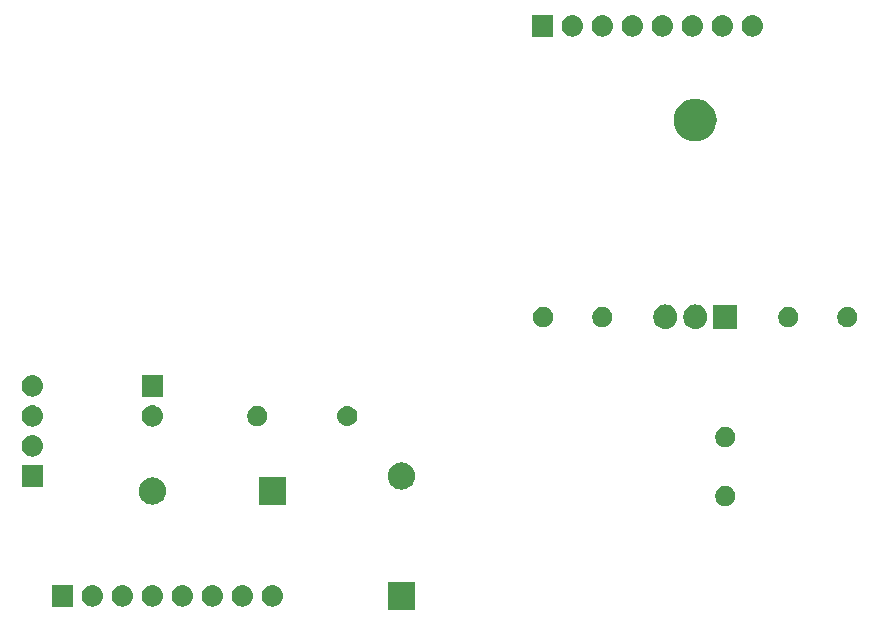
<source format=gbr>
G04 #@! TF.GenerationSoftware,KiCad,Pcbnew,(5.0.2)-1*
G04 #@! TF.CreationDate,2019-02-27T10:38:39-05:00*
G04 #@! TF.ProjectId,AR-22_Power_Supply,41522d32-325f-4506-9f77-65725f537570,rev?*
G04 #@! TF.SameCoordinates,Original*
G04 #@! TF.FileFunction,Soldermask,Bot*
G04 #@! TF.FilePolarity,Negative*
%FSLAX46Y46*%
G04 Gerber Fmt 4.6, Leading zero omitted, Abs format (unit mm)*
G04 Created by KiCad (PCBNEW (5.0.2)-1) date 2/27/2019 10:38:39 AM*
%MOMM*%
%LPD*%
G01*
G04 APERTURE LIST*
%ADD10C,0.100000*%
G04 APERTURE END LIST*
D10*
G36*
X151773000Y-80653000D02*
X149471000Y-80653000D01*
X149471000Y-78351000D01*
X151773000Y-78351000D01*
X151773000Y-80653000D01*
X151773000Y-80653000D01*
G37*
G36*
X139810442Y-78607518D02*
X139876627Y-78614037D01*
X139989853Y-78648384D01*
X140046467Y-78665557D01*
X140185087Y-78739652D01*
X140202991Y-78749222D01*
X140238729Y-78778552D01*
X140340186Y-78861814D01*
X140423448Y-78963271D01*
X140452778Y-78999009D01*
X140452779Y-78999011D01*
X140536443Y-79155533D01*
X140536443Y-79155534D01*
X140587963Y-79325373D01*
X140605359Y-79502000D01*
X140587963Y-79678627D01*
X140553616Y-79791853D01*
X140536443Y-79848467D01*
X140462348Y-79987087D01*
X140452778Y-80004991D01*
X140423448Y-80040729D01*
X140340186Y-80142186D01*
X140238729Y-80225448D01*
X140202991Y-80254778D01*
X140202989Y-80254779D01*
X140046467Y-80338443D01*
X139989853Y-80355616D01*
X139876627Y-80389963D01*
X139810442Y-80396482D01*
X139744260Y-80403000D01*
X139655740Y-80403000D01*
X139589558Y-80396482D01*
X139523373Y-80389963D01*
X139410147Y-80355616D01*
X139353533Y-80338443D01*
X139197011Y-80254779D01*
X139197009Y-80254778D01*
X139161271Y-80225448D01*
X139059814Y-80142186D01*
X138976552Y-80040729D01*
X138947222Y-80004991D01*
X138937652Y-79987087D01*
X138863557Y-79848467D01*
X138846384Y-79791853D01*
X138812037Y-79678627D01*
X138794641Y-79502000D01*
X138812037Y-79325373D01*
X138863557Y-79155534D01*
X138863557Y-79155533D01*
X138947221Y-78999011D01*
X138947222Y-78999009D01*
X138976552Y-78963271D01*
X139059814Y-78861814D01*
X139161271Y-78778552D01*
X139197009Y-78749222D01*
X139214913Y-78739652D01*
X139353533Y-78665557D01*
X139410147Y-78648384D01*
X139523373Y-78614037D01*
X139589558Y-78607518D01*
X139655740Y-78601000D01*
X139744260Y-78601000D01*
X139810442Y-78607518D01*
X139810442Y-78607518D01*
G37*
G36*
X137270442Y-78607518D02*
X137336627Y-78614037D01*
X137449853Y-78648384D01*
X137506467Y-78665557D01*
X137645087Y-78739652D01*
X137662991Y-78749222D01*
X137698729Y-78778552D01*
X137800186Y-78861814D01*
X137883448Y-78963271D01*
X137912778Y-78999009D01*
X137912779Y-78999011D01*
X137996443Y-79155533D01*
X137996443Y-79155534D01*
X138047963Y-79325373D01*
X138065359Y-79502000D01*
X138047963Y-79678627D01*
X138013616Y-79791853D01*
X137996443Y-79848467D01*
X137922348Y-79987087D01*
X137912778Y-80004991D01*
X137883448Y-80040729D01*
X137800186Y-80142186D01*
X137698729Y-80225448D01*
X137662991Y-80254778D01*
X137662989Y-80254779D01*
X137506467Y-80338443D01*
X137449853Y-80355616D01*
X137336627Y-80389963D01*
X137270442Y-80396482D01*
X137204260Y-80403000D01*
X137115740Y-80403000D01*
X137049558Y-80396482D01*
X136983373Y-80389963D01*
X136870147Y-80355616D01*
X136813533Y-80338443D01*
X136657011Y-80254779D01*
X136657009Y-80254778D01*
X136621271Y-80225448D01*
X136519814Y-80142186D01*
X136436552Y-80040729D01*
X136407222Y-80004991D01*
X136397652Y-79987087D01*
X136323557Y-79848467D01*
X136306384Y-79791853D01*
X136272037Y-79678627D01*
X136254641Y-79502000D01*
X136272037Y-79325373D01*
X136323557Y-79155534D01*
X136323557Y-79155533D01*
X136407221Y-78999011D01*
X136407222Y-78999009D01*
X136436552Y-78963271D01*
X136519814Y-78861814D01*
X136621271Y-78778552D01*
X136657009Y-78749222D01*
X136674913Y-78739652D01*
X136813533Y-78665557D01*
X136870147Y-78648384D01*
X136983373Y-78614037D01*
X137049558Y-78607518D01*
X137115740Y-78601000D01*
X137204260Y-78601000D01*
X137270442Y-78607518D01*
X137270442Y-78607518D01*
G37*
G36*
X134730442Y-78607518D02*
X134796627Y-78614037D01*
X134909853Y-78648384D01*
X134966467Y-78665557D01*
X135105087Y-78739652D01*
X135122991Y-78749222D01*
X135158729Y-78778552D01*
X135260186Y-78861814D01*
X135343448Y-78963271D01*
X135372778Y-78999009D01*
X135372779Y-78999011D01*
X135456443Y-79155533D01*
X135456443Y-79155534D01*
X135507963Y-79325373D01*
X135525359Y-79502000D01*
X135507963Y-79678627D01*
X135473616Y-79791853D01*
X135456443Y-79848467D01*
X135382348Y-79987087D01*
X135372778Y-80004991D01*
X135343448Y-80040729D01*
X135260186Y-80142186D01*
X135158729Y-80225448D01*
X135122991Y-80254778D01*
X135122989Y-80254779D01*
X134966467Y-80338443D01*
X134909853Y-80355616D01*
X134796627Y-80389963D01*
X134730442Y-80396482D01*
X134664260Y-80403000D01*
X134575740Y-80403000D01*
X134509558Y-80396482D01*
X134443373Y-80389963D01*
X134330147Y-80355616D01*
X134273533Y-80338443D01*
X134117011Y-80254779D01*
X134117009Y-80254778D01*
X134081271Y-80225448D01*
X133979814Y-80142186D01*
X133896552Y-80040729D01*
X133867222Y-80004991D01*
X133857652Y-79987087D01*
X133783557Y-79848467D01*
X133766384Y-79791853D01*
X133732037Y-79678627D01*
X133714641Y-79502000D01*
X133732037Y-79325373D01*
X133783557Y-79155534D01*
X133783557Y-79155533D01*
X133867221Y-78999011D01*
X133867222Y-78999009D01*
X133896552Y-78963271D01*
X133979814Y-78861814D01*
X134081271Y-78778552D01*
X134117009Y-78749222D01*
X134134913Y-78739652D01*
X134273533Y-78665557D01*
X134330147Y-78648384D01*
X134443373Y-78614037D01*
X134509558Y-78607518D01*
X134575740Y-78601000D01*
X134664260Y-78601000D01*
X134730442Y-78607518D01*
X134730442Y-78607518D01*
G37*
G36*
X132190442Y-78607518D02*
X132256627Y-78614037D01*
X132369853Y-78648384D01*
X132426467Y-78665557D01*
X132565087Y-78739652D01*
X132582991Y-78749222D01*
X132618729Y-78778552D01*
X132720186Y-78861814D01*
X132803448Y-78963271D01*
X132832778Y-78999009D01*
X132832779Y-78999011D01*
X132916443Y-79155533D01*
X132916443Y-79155534D01*
X132967963Y-79325373D01*
X132985359Y-79502000D01*
X132967963Y-79678627D01*
X132933616Y-79791853D01*
X132916443Y-79848467D01*
X132842348Y-79987087D01*
X132832778Y-80004991D01*
X132803448Y-80040729D01*
X132720186Y-80142186D01*
X132618729Y-80225448D01*
X132582991Y-80254778D01*
X132582989Y-80254779D01*
X132426467Y-80338443D01*
X132369853Y-80355616D01*
X132256627Y-80389963D01*
X132190442Y-80396482D01*
X132124260Y-80403000D01*
X132035740Y-80403000D01*
X131969558Y-80396482D01*
X131903373Y-80389963D01*
X131790147Y-80355616D01*
X131733533Y-80338443D01*
X131577011Y-80254779D01*
X131577009Y-80254778D01*
X131541271Y-80225448D01*
X131439814Y-80142186D01*
X131356552Y-80040729D01*
X131327222Y-80004991D01*
X131317652Y-79987087D01*
X131243557Y-79848467D01*
X131226384Y-79791853D01*
X131192037Y-79678627D01*
X131174641Y-79502000D01*
X131192037Y-79325373D01*
X131243557Y-79155534D01*
X131243557Y-79155533D01*
X131327221Y-78999011D01*
X131327222Y-78999009D01*
X131356552Y-78963271D01*
X131439814Y-78861814D01*
X131541271Y-78778552D01*
X131577009Y-78749222D01*
X131594913Y-78739652D01*
X131733533Y-78665557D01*
X131790147Y-78648384D01*
X131903373Y-78614037D01*
X131969558Y-78607518D01*
X132035740Y-78601000D01*
X132124260Y-78601000D01*
X132190442Y-78607518D01*
X132190442Y-78607518D01*
G37*
G36*
X129650442Y-78607518D02*
X129716627Y-78614037D01*
X129829853Y-78648384D01*
X129886467Y-78665557D01*
X130025087Y-78739652D01*
X130042991Y-78749222D01*
X130078729Y-78778552D01*
X130180186Y-78861814D01*
X130263448Y-78963271D01*
X130292778Y-78999009D01*
X130292779Y-78999011D01*
X130376443Y-79155533D01*
X130376443Y-79155534D01*
X130427963Y-79325373D01*
X130445359Y-79502000D01*
X130427963Y-79678627D01*
X130393616Y-79791853D01*
X130376443Y-79848467D01*
X130302348Y-79987087D01*
X130292778Y-80004991D01*
X130263448Y-80040729D01*
X130180186Y-80142186D01*
X130078729Y-80225448D01*
X130042991Y-80254778D01*
X130042989Y-80254779D01*
X129886467Y-80338443D01*
X129829853Y-80355616D01*
X129716627Y-80389963D01*
X129650442Y-80396482D01*
X129584260Y-80403000D01*
X129495740Y-80403000D01*
X129429558Y-80396482D01*
X129363373Y-80389963D01*
X129250147Y-80355616D01*
X129193533Y-80338443D01*
X129037011Y-80254779D01*
X129037009Y-80254778D01*
X129001271Y-80225448D01*
X128899814Y-80142186D01*
X128816552Y-80040729D01*
X128787222Y-80004991D01*
X128777652Y-79987087D01*
X128703557Y-79848467D01*
X128686384Y-79791853D01*
X128652037Y-79678627D01*
X128634641Y-79502000D01*
X128652037Y-79325373D01*
X128703557Y-79155534D01*
X128703557Y-79155533D01*
X128787221Y-78999011D01*
X128787222Y-78999009D01*
X128816552Y-78963271D01*
X128899814Y-78861814D01*
X129001271Y-78778552D01*
X129037009Y-78749222D01*
X129054913Y-78739652D01*
X129193533Y-78665557D01*
X129250147Y-78648384D01*
X129363373Y-78614037D01*
X129429558Y-78607518D01*
X129495740Y-78601000D01*
X129584260Y-78601000D01*
X129650442Y-78607518D01*
X129650442Y-78607518D01*
G37*
G36*
X127110442Y-78607518D02*
X127176627Y-78614037D01*
X127289853Y-78648384D01*
X127346467Y-78665557D01*
X127485087Y-78739652D01*
X127502991Y-78749222D01*
X127538729Y-78778552D01*
X127640186Y-78861814D01*
X127723448Y-78963271D01*
X127752778Y-78999009D01*
X127752779Y-78999011D01*
X127836443Y-79155533D01*
X127836443Y-79155534D01*
X127887963Y-79325373D01*
X127905359Y-79502000D01*
X127887963Y-79678627D01*
X127853616Y-79791853D01*
X127836443Y-79848467D01*
X127762348Y-79987087D01*
X127752778Y-80004991D01*
X127723448Y-80040729D01*
X127640186Y-80142186D01*
X127538729Y-80225448D01*
X127502991Y-80254778D01*
X127502989Y-80254779D01*
X127346467Y-80338443D01*
X127289853Y-80355616D01*
X127176627Y-80389963D01*
X127110442Y-80396482D01*
X127044260Y-80403000D01*
X126955740Y-80403000D01*
X126889558Y-80396482D01*
X126823373Y-80389963D01*
X126710147Y-80355616D01*
X126653533Y-80338443D01*
X126497011Y-80254779D01*
X126497009Y-80254778D01*
X126461271Y-80225448D01*
X126359814Y-80142186D01*
X126276552Y-80040729D01*
X126247222Y-80004991D01*
X126237652Y-79987087D01*
X126163557Y-79848467D01*
X126146384Y-79791853D01*
X126112037Y-79678627D01*
X126094641Y-79502000D01*
X126112037Y-79325373D01*
X126163557Y-79155534D01*
X126163557Y-79155533D01*
X126247221Y-78999011D01*
X126247222Y-78999009D01*
X126276552Y-78963271D01*
X126359814Y-78861814D01*
X126461271Y-78778552D01*
X126497009Y-78749222D01*
X126514913Y-78739652D01*
X126653533Y-78665557D01*
X126710147Y-78648384D01*
X126823373Y-78614037D01*
X126889558Y-78607518D01*
X126955740Y-78601000D01*
X127044260Y-78601000D01*
X127110442Y-78607518D01*
X127110442Y-78607518D01*
G37*
G36*
X124570442Y-78607518D02*
X124636627Y-78614037D01*
X124749853Y-78648384D01*
X124806467Y-78665557D01*
X124945087Y-78739652D01*
X124962991Y-78749222D01*
X124998729Y-78778552D01*
X125100186Y-78861814D01*
X125183448Y-78963271D01*
X125212778Y-78999009D01*
X125212779Y-78999011D01*
X125296443Y-79155533D01*
X125296443Y-79155534D01*
X125347963Y-79325373D01*
X125365359Y-79502000D01*
X125347963Y-79678627D01*
X125313616Y-79791853D01*
X125296443Y-79848467D01*
X125222348Y-79987087D01*
X125212778Y-80004991D01*
X125183448Y-80040729D01*
X125100186Y-80142186D01*
X124998729Y-80225448D01*
X124962991Y-80254778D01*
X124962989Y-80254779D01*
X124806467Y-80338443D01*
X124749853Y-80355616D01*
X124636627Y-80389963D01*
X124570442Y-80396482D01*
X124504260Y-80403000D01*
X124415740Y-80403000D01*
X124349558Y-80396482D01*
X124283373Y-80389963D01*
X124170147Y-80355616D01*
X124113533Y-80338443D01*
X123957011Y-80254779D01*
X123957009Y-80254778D01*
X123921271Y-80225448D01*
X123819814Y-80142186D01*
X123736552Y-80040729D01*
X123707222Y-80004991D01*
X123697652Y-79987087D01*
X123623557Y-79848467D01*
X123606384Y-79791853D01*
X123572037Y-79678627D01*
X123554641Y-79502000D01*
X123572037Y-79325373D01*
X123623557Y-79155534D01*
X123623557Y-79155533D01*
X123707221Y-78999011D01*
X123707222Y-78999009D01*
X123736552Y-78963271D01*
X123819814Y-78861814D01*
X123921271Y-78778552D01*
X123957009Y-78749222D01*
X123974913Y-78739652D01*
X124113533Y-78665557D01*
X124170147Y-78648384D01*
X124283373Y-78614037D01*
X124349558Y-78607518D01*
X124415740Y-78601000D01*
X124504260Y-78601000D01*
X124570442Y-78607518D01*
X124570442Y-78607518D01*
G37*
G36*
X122821000Y-80403000D02*
X121019000Y-80403000D01*
X121019000Y-78601000D01*
X122821000Y-78601000D01*
X122821000Y-80403000D01*
X122821000Y-80403000D01*
G37*
G36*
X178302228Y-70221703D02*
X178457100Y-70285853D01*
X178596481Y-70378985D01*
X178715015Y-70497519D01*
X178808147Y-70636900D01*
X178872297Y-70791772D01*
X178905000Y-70956184D01*
X178905000Y-71123816D01*
X178872297Y-71288228D01*
X178808147Y-71443100D01*
X178715015Y-71582481D01*
X178596481Y-71701015D01*
X178457100Y-71794147D01*
X178302228Y-71858297D01*
X178137816Y-71891000D01*
X177970184Y-71891000D01*
X177805772Y-71858297D01*
X177650900Y-71794147D01*
X177511519Y-71701015D01*
X177392985Y-71582481D01*
X177299853Y-71443100D01*
X177235703Y-71288228D01*
X177203000Y-71123816D01*
X177203000Y-70956184D01*
X177235703Y-70791772D01*
X177299853Y-70636900D01*
X177392985Y-70497519D01*
X177511519Y-70378985D01*
X177650900Y-70285853D01*
X177805772Y-70221703D01*
X177970184Y-70189000D01*
X178137816Y-70189000D01*
X178302228Y-70221703D01*
X178302228Y-70221703D01*
G37*
G36*
X129664180Y-69467662D02*
X129765635Y-69477654D01*
X129982600Y-69543470D01*
X129982602Y-69543471D01*
X129982605Y-69543472D01*
X130182556Y-69650347D01*
X130357818Y-69794182D01*
X130501653Y-69969444D01*
X130608528Y-70169395D01*
X130608529Y-70169398D01*
X130608530Y-70169400D01*
X130674346Y-70386365D01*
X130696569Y-70612000D01*
X130674346Y-70837635D01*
X130638384Y-70956184D01*
X130608528Y-71054605D01*
X130501653Y-71254556D01*
X130357818Y-71429818D01*
X130182556Y-71573653D01*
X129982605Y-71680528D01*
X129982602Y-71680529D01*
X129982600Y-71680530D01*
X129765635Y-71746346D01*
X129664180Y-71756338D01*
X129596545Y-71763000D01*
X129483455Y-71763000D01*
X129415820Y-71756338D01*
X129314365Y-71746346D01*
X129097400Y-71680530D01*
X129097398Y-71680529D01*
X129097395Y-71680528D01*
X128897444Y-71573653D01*
X128722182Y-71429818D01*
X128578347Y-71254556D01*
X128471472Y-71054605D01*
X128441616Y-70956184D01*
X128405654Y-70837635D01*
X128383431Y-70612000D01*
X128405654Y-70386365D01*
X128471470Y-70169400D01*
X128471471Y-70169398D01*
X128471472Y-70169395D01*
X128578347Y-69969444D01*
X128722182Y-69794182D01*
X128897444Y-69650347D01*
X129097395Y-69543472D01*
X129097398Y-69543471D01*
X129097400Y-69543470D01*
X129314365Y-69477654D01*
X129415820Y-69467662D01*
X129483455Y-69461000D01*
X129596545Y-69461000D01*
X129664180Y-69467662D01*
X129664180Y-69467662D01*
G37*
G36*
X140851000Y-71763000D02*
X138549000Y-71763000D01*
X138549000Y-69461000D01*
X140851000Y-69461000D01*
X140851000Y-71763000D01*
X140851000Y-71763000D01*
G37*
G36*
X150746180Y-68197662D02*
X150847635Y-68207654D01*
X151064600Y-68273470D01*
X151064602Y-68273471D01*
X151064605Y-68273472D01*
X151264556Y-68380347D01*
X151439818Y-68524182D01*
X151583653Y-68699444D01*
X151690528Y-68899395D01*
X151690529Y-68899398D01*
X151690530Y-68899400D01*
X151756346Y-69116365D01*
X151778569Y-69342000D01*
X151756346Y-69567635D01*
X151690530Y-69784600D01*
X151690528Y-69784605D01*
X151583653Y-69984556D01*
X151439818Y-70159818D01*
X151264556Y-70303653D01*
X151064605Y-70410528D01*
X151064602Y-70410529D01*
X151064600Y-70410530D01*
X150847635Y-70476346D01*
X150746180Y-70486338D01*
X150678545Y-70493000D01*
X150565455Y-70493000D01*
X150497820Y-70486338D01*
X150396365Y-70476346D01*
X150179400Y-70410530D01*
X150179398Y-70410529D01*
X150179395Y-70410528D01*
X149979444Y-70303653D01*
X149804182Y-70159818D01*
X149660347Y-69984556D01*
X149553472Y-69784605D01*
X149553470Y-69784600D01*
X149487654Y-69567635D01*
X149465431Y-69342000D01*
X149487654Y-69116365D01*
X149553470Y-68899400D01*
X149553471Y-68899398D01*
X149553472Y-68899395D01*
X149660347Y-68699444D01*
X149804182Y-68524182D01*
X149979444Y-68380347D01*
X150179395Y-68273472D01*
X150179398Y-68273471D01*
X150179400Y-68273470D01*
X150396365Y-68207654D01*
X150497820Y-68197662D01*
X150565455Y-68191000D01*
X150678545Y-68191000D01*
X150746180Y-68197662D01*
X150746180Y-68197662D01*
G37*
G36*
X120281000Y-70243000D02*
X118479000Y-70243000D01*
X118479000Y-68441000D01*
X120281000Y-68441000D01*
X120281000Y-70243000D01*
X120281000Y-70243000D01*
G37*
G36*
X119490443Y-65907519D02*
X119556627Y-65914037D01*
X119669853Y-65948384D01*
X119726467Y-65965557D01*
X119865087Y-66039652D01*
X119882991Y-66049222D01*
X119918729Y-66078552D01*
X120020186Y-66161814D01*
X120103448Y-66263271D01*
X120132778Y-66299009D01*
X120132779Y-66299011D01*
X120216443Y-66455533D01*
X120216443Y-66455534D01*
X120267963Y-66625373D01*
X120285359Y-66802000D01*
X120267963Y-66978627D01*
X120233616Y-67091853D01*
X120216443Y-67148467D01*
X120142348Y-67287087D01*
X120132778Y-67304991D01*
X120103448Y-67340729D01*
X120020186Y-67442186D01*
X119918729Y-67525448D01*
X119882991Y-67554778D01*
X119882989Y-67554779D01*
X119726467Y-67638443D01*
X119669853Y-67655616D01*
X119556627Y-67689963D01*
X119490442Y-67696482D01*
X119424260Y-67703000D01*
X119335740Y-67703000D01*
X119269558Y-67696482D01*
X119203373Y-67689963D01*
X119090147Y-67655616D01*
X119033533Y-67638443D01*
X118877011Y-67554779D01*
X118877009Y-67554778D01*
X118841271Y-67525448D01*
X118739814Y-67442186D01*
X118656552Y-67340729D01*
X118627222Y-67304991D01*
X118617652Y-67287087D01*
X118543557Y-67148467D01*
X118526384Y-67091853D01*
X118492037Y-66978627D01*
X118474641Y-66802000D01*
X118492037Y-66625373D01*
X118543557Y-66455534D01*
X118543557Y-66455533D01*
X118627221Y-66299011D01*
X118627222Y-66299009D01*
X118656552Y-66263271D01*
X118739814Y-66161814D01*
X118841271Y-66078552D01*
X118877009Y-66049222D01*
X118894913Y-66039652D01*
X119033533Y-65965557D01*
X119090147Y-65948384D01*
X119203373Y-65914037D01*
X119269557Y-65907519D01*
X119335740Y-65901000D01*
X119424260Y-65901000D01*
X119490443Y-65907519D01*
X119490443Y-65907519D01*
G37*
G36*
X178302228Y-65221703D02*
X178457100Y-65285853D01*
X178596481Y-65378985D01*
X178715015Y-65497519D01*
X178808147Y-65636900D01*
X178872297Y-65791772D01*
X178905000Y-65956184D01*
X178905000Y-66123816D01*
X178872297Y-66288228D01*
X178808147Y-66443100D01*
X178715015Y-66582481D01*
X178596481Y-66701015D01*
X178457100Y-66794147D01*
X178302228Y-66858297D01*
X178137816Y-66891000D01*
X177970184Y-66891000D01*
X177805772Y-66858297D01*
X177650900Y-66794147D01*
X177511519Y-66701015D01*
X177392985Y-66582481D01*
X177299853Y-66443100D01*
X177235703Y-66288228D01*
X177203000Y-66123816D01*
X177203000Y-65956184D01*
X177235703Y-65791772D01*
X177299853Y-65636900D01*
X177392985Y-65497519D01*
X177511519Y-65378985D01*
X177650900Y-65285853D01*
X177805772Y-65221703D01*
X177970184Y-65189000D01*
X178137816Y-65189000D01*
X178302228Y-65221703D01*
X178302228Y-65221703D01*
G37*
G36*
X119490442Y-63367518D02*
X119556627Y-63374037D01*
X119669853Y-63408384D01*
X119726467Y-63425557D01*
X119813311Y-63471977D01*
X119882991Y-63509222D01*
X119918729Y-63538552D01*
X120020186Y-63621814D01*
X120100369Y-63719519D01*
X120132778Y-63759009D01*
X120132779Y-63759011D01*
X120216443Y-63915533D01*
X120233616Y-63972147D01*
X120267963Y-64085373D01*
X120285359Y-64262000D01*
X120267963Y-64438627D01*
X120246243Y-64510228D01*
X120216443Y-64608467D01*
X120147698Y-64737078D01*
X120132778Y-64764991D01*
X120103448Y-64800729D01*
X120020186Y-64902186D01*
X119918729Y-64985448D01*
X119882991Y-65014778D01*
X119882989Y-65014779D01*
X119726467Y-65098443D01*
X119719069Y-65100687D01*
X119556627Y-65149963D01*
X119490443Y-65156481D01*
X119424260Y-65163000D01*
X119335740Y-65163000D01*
X119269557Y-65156481D01*
X119203373Y-65149963D01*
X119040931Y-65100687D01*
X119033533Y-65098443D01*
X118877011Y-65014779D01*
X118877009Y-65014778D01*
X118841271Y-64985448D01*
X118739814Y-64902186D01*
X118656552Y-64800729D01*
X118627222Y-64764991D01*
X118612302Y-64737078D01*
X118543557Y-64608467D01*
X118513757Y-64510228D01*
X118492037Y-64438627D01*
X118474641Y-64262000D01*
X118492037Y-64085373D01*
X118526384Y-63972147D01*
X118543557Y-63915533D01*
X118627221Y-63759011D01*
X118627222Y-63759009D01*
X118659631Y-63719519D01*
X118739814Y-63621814D01*
X118841271Y-63538552D01*
X118877009Y-63509222D01*
X118946689Y-63471977D01*
X119033533Y-63425557D01*
X119090147Y-63408384D01*
X119203373Y-63374037D01*
X119269558Y-63367518D01*
X119335740Y-63361000D01*
X119424260Y-63361000D01*
X119490442Y-63367518D01*
X119490442Y-63367518D01*
G37*
G36*
X129650442Y-63367518D02*
X129716627Y-63374037D01*
X129829853Y-63408384D01*
X129886467Y-63425557D01*
X129973311Y-63471977D01*
X130042991Y-63509222D01*
X130078729Y-63538552D01*
X130180186Y-63621814D01*
X130260369Y-63719519D01*
X130292778Y-63759009D01*
X130292779Y-63759011D01*
X130376443Y-63915533D01*
X130393616Y-63972147D01*
X130427963Y-64085373D01*
X130445359Y-64262000D01*
X130427963Y-64438627D01*
X130406243Y-64510228D01*
X130376443Y-64608467D01*
X130307698Y-64737078D01*
X130292778Y-64764991D01*
X130263448Y-64800729D01*
X130180186Y-64902186D01*
X130078729Y-64985448D01*
X130042991Y-65014778D01*
X130042989Y-65014779D01*
X129886467Y-65098443D01*
X129879069Y-65100687D01*
X129716627Y-65149963D01*
X129650443Y-65156481D01*
X129584260Y-65163000D01*
X129495740Y-65163000D01*
X129429557Y-65156481D01*
X129363373Y-65149963D01*
X129200931Y-65100687D01*
X129193533Y-65098443D01*
X129037011Y-65014779D01*
X129037009Y-65014778D01*
X129001271Y-64985448D01*
X128899814Y-64902186D01*
X128816552Y-64800729D01*
X128787222Y-64764991D01*
X128772302Y-64737078D01*
X128703557Y-64608467D01*
X128673757Y-64510228D01*
X128652037Y-64438627D01*
X128634641Y-64262000D01*
X128652037Y-64085373D01*
X128686384Y-63972147D01*
X128703557Y-63915533D01*
X128787221Y-63759011D01*
X128787222Y-63759009D01*
X128819631Y-63719519D01*
X128899814Y-63621814D01*
X129001271Y-63538552D01*
X129037009Y-63509222D01*
X129106689Y-63471977D01*
X129193533Y-63425557D01*
X129250147Y-63408384D01*
X129363373Y-63374037D01*
X129429558Y-63367518D01*
X129495740Y-63361000D01*
X129584260Y-63361000D01*
X129650442Y-63367518D01*
X129650442Y-63367518D01*
G37*
G36*
X138678228Y-63443703D02*
X138833100Y-63507853D01*
X138972481Y-63600985D01*
X139091015Y-63719519D01*
X139184147Y-63858900D01*
X139248297Y-64013772D01*
X139281000Y-64178184D01*
X139281000Y-64345816D01*
X139248297Y-64510228D01*
X139184147Y-64665100D01*
X139091015Y-64804481D01*
X138972481Y-64923015D01*
X138833100Y-65016147D01*
X138678228Y-65080297D01*
X138513816Y-65113000D01*
X138346184Y-65113000D01*
X138181772Y-65080297D01*
X138026900Y-65016147D01*
X137887519Y-64923015D01*
X137768985Y-64804481D01*
X137675853Y-64665100D01*
X137611703Y-64510228D01*
X137579000Y-64345816D01*
X137579000Y-64178184D01*
X137611703Y-64013772D01*
X137675853Y-63858900D01*
X137768985Y-63719519D01*
X137887519Y-63600985D01*
X138026900Y-63507853D01*
X138181772Y-63443703D01*
X138346184Y-63411000D01*
X138513816Y-63411000D01*
X138678228Y-63443703D01*
X138678228Y-63443703D01*
G37*
G36*
X146216821Y-63423313D02*
X146216824Y-63423314D01*
X146216825Y-63423314D01*
X146377239Y-63471975D01*
X146377241Y-63471976D01*
X146377244Y-63471977D01*
X146525078Y-63550995D01*
X146654659Y-63657341D01*
X146761005Y-63786922D01*
X146840023Y-63934756D01*
X146840024Y-63934759D01*
X146840025Y-63934761D01*
X146885713Y-64085375D01*
X146888687Y-64095179D01*
X146905117Y-64262000D01*
X146888687Y-64428821D01*
X146888686Y-64428824D01*
X146888686Y-64428825D01*
X146863993Y-64510228D01*
X146840023Y-64589244D01*
X146761005Y-64737078D01*
X146654659Y-64866659D01*
X146525078Y-64973005D01*
X146377244Y-65052023D01*
X146377241Y-65052024D01*
X146377239Y-65052025D01*
X146216825Y-65100686D01*
X146216824Y-65100686D01*
X146216821Y-65100687D01*
X146091804Y-65113000D01*
X146008196Y-65113000D01*
X145883179Y-65100687D01*
X145883176Y-65100686D01*
X145883175Y-65100686D01*
X145722761Y-65052025D01*
X145722759Y-65052024D01*
X145722756Y-65052023D01*
X145574922Y-64973005D01*
X145445341Y-64866659D01*
X145338995Y-64737078D01*
X145259977Y-64589244D01*
X145236008Y-64510228D01*
X145211314Y-64428825D01*
X145211314Y-64428824D01*
X145211313Y-64428821D01*
X145194883Y-64262000D01*
X145211313Y-64095179D01*
X145214287Y-64085375D01*
X145259975Y-63934761D01*
X145259976Y-63934759D01*
X145259977Y-63934756D01*
X145338995Y-63786922D01*
X145445341Y-63657341D01*
X145574922Y-63550995D01*
X145722756Y-63471977D01*
X145722759Y-63471976D01*
X145722761Y-63471975D01*
X145883175Y-63423314D01*
X145883176Y-63423314D01*
X145883179Y-63423313D01*
X146008196Y-63411000D01*
X146091804Y-63411000D01*
X146216821Y-63423313D01*
X146216821Y-63423313D01*
G37*
G36*
X119490443Y-60827519D02*
X119556627Y-60834037D01*
X119669853Y-60868384D01*
X119726467Y-60885557D01*
X119865087Y-60959652D01*
X119882991Y-60969222D01*
X119918729Y-60998552D01*
X120020186Y-61081814D01*
X120103448Y-61183271D01*
X120132778Y-61219009D01*
X120132779Y-61219011D01*
X120216443Y-61375533D01*
X120216443Y-61375534D01*
X120267963Y-61545373D01*
X120285359Y-61722000D01*
X120267963Y-61898627D01*
X120233616Y-62011853D01*
X120216443Y-62068467D01*
X120142348Y-62207087D01*
X120132778Y-62224991D01*
X120103448Y-62260729D01*
X120020186Y-62362186D01*
X119918729Y-62445448D01*
X119882991Y-62474778D01*
X119882989Y-62474779D01*
X119726467Y-62558443D01*
X119669853Y-62575616D01*
X119556627Y-62609963D01*
X119490442Y-62616482D01*
X119424260Y-62623000D01*
X119335740Y-62623000D01*
X119269558Y-62616482D01*
X119203373Y-62609963D01*
X119090147Y-62575616D01*
X119033533Y-62558443D01*
X118877011Y-62474779D01*
X118877009Y-62474778D01*
X118841271Y-62445448D01*
X118739814Y-62362186D01*
X118656552Y-62260729D01*
X118627222Y-62224991D01*
X118617652Y-62207087D01*
X118543557Y-62068467D01*
X118526384Y-62011853D01*
X118492037Y-61898627D01*
X118474641Y-61722000D01*
X118492037Y-61545373D01*
X118543557Y-61375534D01*
X118543557Y-61375533D01*
X118627221Y-61219011D01*
X118627222Y-61219009D01*
X118656552Y-61183271D01*
X118739814Y-61081814D01*
X118841271Y-60998552D01*
X118877009Y-60969222D01*
X118894913Y-60959652D01*
X119033533Y-60885557D01*
X119090147Y-60868384D01*
X119203373Y-60834037D01*
X119269557Y-60827519D01*
X119335740Y-60821000D01*
X119424260Y-60821000D01*
X119490443Y-60827519D01*
X119490443Y-60827519D01*
G37*
G36*
X130441000Y-62623000D02*
X128639000Y-62623000D01*
X128639000Y-60821000D01*
X130441000Y-60821000D01*
X130441000Y-62623000D01*
X130441000Y-62623000D01*
G37*
G36*
X173170720Y-54843520D02*
X173359881Y-54900901D01*
X173534212Y-54994083D01*
X173687015Y-55119485D01*
X173812417Y-55272288D01*
X173905599Y-55446620D01*
X173962980Y-55635781D01*
X173977500Y-55783207D01*
X173977500Y-55976794D01*
X173962980Y-56124220D01*
X173905599Y-56313381D01*
X173812417Y-56487712D01*
X173687015Y-56640515D01*
X173534212Y-56765917D01*
X173359880Y-56859099D01*
X173170719Y-56916480D01*
X172974000Y-56935855D01*
X172777280Y-56916480D01*
X172588119Y-56859099D01*
X172413788Y-56765917D01*
X172260985Y-56640515D01*
X172135583Y-56487712D01*
X172042401Y-56313380D01*
X171985020Y-56124219D01*
X171970500Y-55976793D01*
X171970500Y-55783206D01*
X171985020Y-55635780D01*
X172042401Y-55446619D01*
X172135583Y-55272288D01*
X172260985Y-55119485D01*
X172413788Y-54994083D01*
X172588120Y-54900901D01*
X172777281Y-54843520D01*
X172974000Y-54824145D01*
X173170720Y-54843520D01*
X173170720Y-54843520D01*
G37*
G36*
X175710720Y-54843520D02*
X175899881Y-54900901D01*
X176074212Y-54994083D01*
X176227015Y-55119485D01*
X176352417Y-55272288D01*
X176445599Y-55446620D01*
X176502980Y-55635781D01*
X176517500Y-55783207D01*
X176517500Y-55976794D01*
X176502980Y-56124220D01*
X176445599Y-56313381D01*
X176352417Y-56487712D01*
X176227015Y-56640515D01*
X176074212Y-56765917D01*
X175899880Y-56859099D01*
X175710719Y-56916480D01*
X175514000Y-56935855D01*
X175317280Y-56916480D01*
X175128119Y-56859099D01*
X174953788Y-56765917D01*
X174800985Y-56640515D01*
X174675583Y-56487712D01*
X174582401Y-56313380D01*
X174525020Y-56124219D01*
X174510500Y-55976793D01*
X174510500Y-55783206D01*
X174525020Y-55635780D01*
X174582401Y-55446619D01*
X174675583Y-55272288D01*
X174800985Y-55119485D01*
X174953788Y-54994083D01*
X175128120Y-54900901D01*
X175317281Y-54843520D01*
X175514000Y-54824145D01*
X175710720Y-54843520D01*
X175710720Y-54843520D01*
G37*
G36*
X179057500Y-56931000D02*
X177050500Y-56931000D01*
X177050500Y-54829000D01*
X179057500Y-54829000D01*
X179057500Y-56931000D01*
X179057500Y-56931000D01*
G37*
G36*
X183636228Y-55061703D02*
X183791100Y-55125853D01*
X183930481Y-55218985D01*
X184049015Y-55337519D01*
X184142147Y-55476900D01*
X184206297Y-55631772D01*
X184239000Y-55796184D01*
X184239000Y-55963816D01*
X184206297Y-56128228D01*
X184142147Y-56283100D01*
X184049015Y-56422481D01*
X183930481Y-56541015D01*
X183791100Y-56634147D01*
X183636228Y-56698297D01*
X183471816Y-56731000D01*
X183304184Y-56731000D01*
X183139772Y-56698297D01*
X182984900Y-56634147D01*
X182845519Y-56541015D01*
X182726985Y-56422481D01*
X182633853Y-56283100D01*
X182569703Y-56128228D01*
X182537000Y-55963816D01*
X182537000Y-55796184D01*
X182569703Y-55631772D01*
X182633853Y-55476900D01*
X182726985Y-55337519D01*
X182845519Y-55218985D01*
X182984900Y-55125853D01*
X183139772Y-55061703D01*
X183304184Y-55029000D01*
X183471816Y-55029000D01*
X183636228Y-55061703D01*
X183636228Y-55061703D01*
G37*
G36*
X188636228Y-55061703D02*
X188791100Y-55125853D01*
X188930481Y-55218985D01*
X189049015Y-55337519D01*
X189142147Y-55476900D01*
X189206297Y-55631772D01*
X189239000Y-55796184D01*
X189239000Y-55963816D01*
X189206297Y-56128228D01*
X189142147Y-56283100D01*
X189049015Y-56422481D01*
X188930481Y-56541015D01*
X188791100Y-56634147D01*
X188636228Y-56698297D01*
X188471816Y-56731000D01*
X188304184Y-56731000D01*
X188139772Y-56698297D01*
X187984900Y-56634147D01*
X187845519Y-56541015D01*
X187726985Y-56422481D01*
X187633853Y-56283100D01*
X187569703Y-56128228D01*
X187537000Y-55963816D01*
X187537000Y-55796184D01*
X187569703Y-55631772D01*
X187633853Y-55476900D01*
X187726985Y-55337519D01*
X187845519Y-55218985D01*
X187984900Y-55125853D01*
X188139772Y-55061703D01*
X188304184Y-55029000D01*
X188471816Y-55029000D01*
X188636228Y-55061703D01*
X188636228Y-55061703D01*
G37*
G36*
X162888228Y-55061703D02*
X163043100Y-55125853D01*
X163182481Y-55218985D01*
X163301015Y-55337519D01*
X163394147Y-55476900D01*
X163458297Y-55631772D01*
X163491000Y-55796184D01*
X163491000Y-55963816D01*
X163458297Y-56128228D01*
X163394147Y-56283100D01*
X163301015Y-56422481D01*
X163182481Y-56541015D01*
X163043100Y-56634147D01*
X162888228Y-56698297D01*
X162723816Y-56731000D01*
X162556184Y-56731000D01*
X162391772Y-56698297D01*
X162236900Y-56634147D01*
X162097519Y-56541015D01*
X161978985Y-56422481D01*
X161885853Y-56283100D01*
X161821703Y-56128228D01*
X161789000Y-55963816D01*
X161789000Y-55796184D01*
X161821703Y-55631772D01*
X161885853Y-55476900D01*
X161978985Y-55337519D01*
X162097519Y-55218985D01*
X162236900Y-55125853D01*
X162391772Y-55061703D01*
X162556184Y-55029000D01*
X162723816Y-55029000D01*
X162888228Y-55061703D01*
X162888228Y-55061703D01*
G37*
G36*
X167888228Y-55061703D02*
X168043100Y-55125853D01*
X168182481Y-55218985D01*
X168301015Y-55337519D01*
X168394147Y-55476900D01*
X168458297Y-55631772D01*
X168491000Y-55796184D01*
X168491000Y-55963816D01*
X168458297Y-56128228D01*
X168394147Y-56283100D01*
X168301015Y-56422481D01*
X168182481Y-56541015D01*
X168043100Y-56634147D01*
X167888228Y-56698297D01*
X167723816Y-56731000D01*
X167556184Y-56731000D01*
X167391772Y-56698297D01*
X167236900Y-56634147D01*
X167097519Y-56541015D01*
X166978985Y-56422481D01*
X166885853Y-56283100D01*
X166821703Y-56128228D01*
X166789000Y-55963816D01*
X166789000Y-55796184D01*
X166821703Y-55631772D01*
X166885853Y-55476900D01*
X166978985Y-55337519D01*
X167097519Y-55218985D01*
X167236900Y-55125853D01*
X167391772Y-55061703D01*
X167556184Y-55029000D01*
X167723816Y-55029000D01*
X167888228Y-55061703D01*
X167888228Y-55061703D01*
G37*
G36*
X175690669Y-37427686D02*
X175867058Y-37445059D01*
X176093385Y-37513714D01*
X176206549Y-37548042D01*
X176519425Y-37715279D01*
X176793661Y-37940339D01*
X177018721Y-38214575D01*
X177185958Y-38527451D01*
X177185958Y-38527452D01*
X177288941Y-38866942D01*
X177323714Y-39220000D01*
X177288941Y-39573058D01*
X177220286Y-39799385D01*
X177185958Y-39912549D01*
X177018721Y-40225425D01*
X176793661Y-40499661D01*
X176519425Y-40724721D01*
X176206549Y-40891958D01*
X176093385Y-40926286D01*
X175867058Y-40994941D01*
X175690669Y-41012314D01*
X175602476Y-41021000D01*
X175425524Y-41021000D01*
X175337331Y-41012314D01*
X175160942Y-40994941D01*
X174934615Y-40926286D01*
X174821451Y-40891958D01*
X174508575Y-40724721D01*
X174234339Y-40499661D01*
X174009279Y-40225425D01*
X173842042Y-39912549D01*
X173807714Y-39799385D01*
X173739059Y-39573058D01*
X173704286Y-39220000D01*
X173739059Y-38866942D01*
X173842042Y-38527452D01*
X173842042Y-38527451D01*
X174009279Y-38214575D01*
X174234339Y-37940339D01*
X174508575Y-37715279D01*
X174821451Y-37548042D01*
X174934615Y-37513714D01*
X175160942Y-37445059D01*
X175337331Y-37427686D01*
X175425524Y-37419000D01*
X175602476Y-37419000D01*
X175690669Y-37427686D01*
X175690669Y-37427686D01*
G37*
G36*
X172830443Y-30347519D02*
X172896627Y-30354037D01*
X173009853Y-30388384D01*
X173066467Y-30405557D01*
X173205087Y-30479652D01*
X173222991Y-30489222D01*
X173258729Y-30518552D01*
X173360186Y-30601814D01*
X173443448Y-30703271D01*
X173472778Y-30739009D01*
X173472779Y-30739011D01*
X173556443Y-30895533D01*
X173556443Y-30895534D01*
X173607963Y-31065373D01*
X173625359Y-31242000D01*
X173607963Y-31418627D01*
X173573616Y-31531853D01*
X173556443Y-31588467D01*
X173482348Y-31727087D01*
X173472778Y-31744991D01*
X173443448Y-31780729D01*
X173360186Y-31882186D01*
X173258729Y-31965448D01*
X173222991Y-31994778D01*
X173222989Y-31994779D01*
X173066467Y-32078443D01*
X173009853Y-32095616D01*
X172896627Y-32129963D01*
X172830443Y-32136481D01*
X172764260Y-32143000D01*
X172675740Y-32143000D01*
X172609557Y-32136481D01*
X172543373Y-32129963D01*
X172430147Y-32095616D01*
X172373533Y-32078443D01*
X172217011Y-31994779D01*
X172217009Y-31994778D01*
X172181271Y-31965448D01*
X172079814Y-31882186D01*
X171996552Y-31780729D01*
X171967222Y-31744991D01*
X171957652Y-31727087D01*
X171883557Y-31588467D01*
X171866384Y-31531853D01*
X171832037Y-31418627D01*
X171814641Y-31242000D01*
X171832037Y-31065373D01*
X171883557Y-30895534D01*
X171883557Y-30895533D01*
X171967221Y-30739011D01*
X171967222Y-30739009D01*
X171996552Y-30703271D01*
X172079814Y-30601814D01*
X172181271Y-30518552D01*
X172217009Y-30489222D01*
X172234913Y-30479652D01*
X172373533Y-30405557D01*
X172430147Y-30388384D01*
X172543373Y-30354037D01*
X172609557Y-30347519D01*
X172675740Y-30341000D01*
X172764260Y-30341000D01*
X172830443Y-30347519D01*
X172830443Y-30347519D01*
G37*
G36*
X163461000Y-32143000D02*
X161659000Y-32143000D01*
X161659000Y-30341000D01*
X163461000Y-30341000D01*
X163461000Y-32143000D01*
X163461000Y-32143000D01*
G37*
G36*
X165210443Y-30347519D02*
X165276627Y-30354037D01*
X165389853Y-30388384D01*
X165446467Y-30405557D01*
X165585087Y-30479652D01*
X165602991Y-30489222D01*
X165638729Y-30518552D01*
X165740186Y-30601814D01*
X165823448Y-30703271D01*
X165852778Y-30739009D01*
X165852779Y-30739011D01*
X165936443Y-30895533D01*
X165936443Y-30895534D01*
X165987963Y-31065373D01*
X166005359Y-31242000D01*
X165987963Y-31418627D01*
X165953616Y-31531853D01*
X165936443Y-31588467D01*
X165862348Y-31727087D01*
X165852778Y-31744991D01*
X165823448Y-31780729D01*
X165740186Y-31882186D01*
X165638729Y-31965448D01*
X165602991Y-31994778D01*
X165602989Y-31994779D01*
X165446467Y-32078443D01*
X165389853Y-32095616D01*
X165276627Y-32129963D01*
X165210443Y-32136481D01*
X165144260Y-32143000D01*
X165055740Y-32143000D01*
X164989557Y-32136481D01*
X164923373Y-32129963D01*
X164810147Y-32095616D01*
X164753533Y-32078443D01*
X164597011Y-31994779D01*
X164597009Y-31994778D01*
X164561271Y-31965448D01*
X164459814Y-31882186D01*
X164376552Y-31780729D01*
X164347222Y-31744991D01*
X164337652Y-31727087D01*
X164263557Y-31588467D01*
X164246384Y-31531853D01*
X164212037Y-31418627D01*
X164194641Y-31242000D01*
X164212037Y-31065373D01*
X164263557Y-30895534D01*
X164263557Y-30895533D01*
X164347221Y-30739011D01*
X164347222Y-30739009D01*
X164376552Y-30703271D01*
X164459814Y-30601814D01*
X164561271Y-30518552D01*
X164597009Y-30489222D01*
X164614913Y-30479652D01*
X164753533Y-30405557D01*
X164810147Y-30388384D01*
X164923373Y-30354037D01*
X164989557Y-30347519D01*
X165055740Y-30341000D01*
X165144260Y-30341000D01*
X165210443Y-30347519D01*
X165210443Y-30347519D01*
G37*
G36*
X167750443Y-30347519D02*
X167816627Y-30354037D01*
X167929853Y-30388384D01*
X167986467Y-30405557D01*
X168125087Y-30479652D01*
X168142991Y-30489222D01*
X168178729Y-30518552D01*
X168280186Y-30601814D01*
X168363448Y-30703271D01*
X168392778Y-30739009D01*
X168392779Y-30739011D01*
X168476443Y-30895533D01*
X168476443Y-30895534D01*
X168527963Y-31065373D01*
X168545359Y-31242000D01*
X168527963Y-31418627D01*
X168493616Y-31531853D01*
X168476443Y-31588467D01*
X168402348Y-31727087D01*
X168392778Y-31744991D01*
X168363448Y-31780729D01*
X168280186Y-31882186D01*
X168178729Y-31965448D01*
X168142991Y-31994778D01*
X168142989Y-31994779D01*
X167986467Y-32078443D01*
X167929853Y-32095616D01*
X167816627Y-32129963D01*
X167750443Y-32136481D01*
X167684260Y-32143000D01*
X167595740Y-32143000D01*
X167529557Y-32136481D01*
X167463373Y-32129963D01*
X167350147Y-32095616D01*
X167293533Y-32078443D01*
X167137011Y-31994779D01*
X167137009Y-31994778D01*
X167101271Y-31965448D01*
X166999814Y-31882186D01*
X166916552Y-31780729D01*
X166887222Y-31744991D01*
X166877652Y-31727087D01*
X166803557Y-31588467D01*
X166786384Y-31531853D01*
X166752037Y-31418627D01*
X166734641Y-31242000D01*
X166752037Y-31065373D01*
X166803557Y-30895534D01*
X166803557Y-30895533D01*
X166887221Y-30739011D01*
X166887222Y-30739009D01*
X166916552Y-30703271D01*
X166999814Y-30601814D01*
X167101271Y-30518552D01*
X167137009Y-30489222D01*
X167154913Y-30479652D01*
X167293533Y-30405557D01*
X167350147Y-30388384D01*
X167463373Y-30354037D01*
X167529557Y-30347519D01*
X167595740Y-30341000D01*
X167684260Y-30341000D01*
X167750443Y-30347519D01*
X167750443Y-30347519D01*
G37*
G36*
X170290443Y-30347519D02*
X170356627Y-30354037D01*
X170469853Y-30388384D01*
X170526467Y-30405557D01*
X170665087Y-30479652D01*
X170682991Y-30489222D01*
X170718729Y-30518552D01*
X170820186Y-30601814D01*
X170903448Y-30703271D01*
X170932778Y-30739009D01*
X170932779Y-30739011D01*
X171016443Y-30895533D01*
X171016443Y-30895534D01*
X171067963Y-31065373D01*
X171085359Y-31242000D01*
X171067963Y-31418627D01*
X171033616Y-31531853D01*
X171016443Y-31588467D01*
X170942348Y-31727087D01*
X170932778Y-31744991D01*
X170903448Y-31780729D01*
X170820186Y-31882186D01*
X170718729Y-31965448D01*
X170682991Y-31994778D01*
X170682989Y-31994779D01*
X170526467Y-32078443D01*
X170469853Y-32095616D01*
X170356627Y-32129963D01*
X170290443Y-32136481D01*
X170224260Y-32143000D01*
X170135740Y-32143000D01*
X170069557Y-32136481D01*
X170003373Y-32129963D01*
X169890147Y-32095616D01*
X169833533Y-32078443D01*
X169677011Y-31994779D01*
X169677009Y-31994778D01*
X169641271Y-31965448D01*
X169539814Y-31882186D01*
X169456552Y-31780729D01*
X169427222Y-31744991D01*
X169417652Y-31727087D01*
X169343557Y-31588467D01*
X169326384Y-31531853D01*
X169292037Y-31418627D01*
X169274641Y-31242000D01*
X169292037Y-31065373D01*
X169343557Y-30895534D01*
X169343557Y-30895533D01*
X169427221Y-30739011D01*
X169427222Y-30739009D01*
X169456552Y-30703271D01*
X169539814Y-30601814D01*
X169641271Y-30518552D01*
X169677009Y-30489222D01*
X169694913Y-30479652D01*
X169833533Y-30405557D01*
X169890147Y-30388384D01*
X170003373Y-30354037D01*
X170069557Y-30347519D01*
X170135740Y-30341000D01*
X170224260Y-30341000D01*
X170290443Y-30347519D01*
X170290443Y-30347519D01*
G37*
G36*
X177910443Y-30347519D02*
X177976627Y-30354037D01*
X178089853Y-30388384D01*
X178146467Y-30405557D01*
X178285087Y-30479652D01*
X178302991Y-30489222D01*
X178338729Y-30518552D01*
X178440186Y-30601814D01*
X178523448Y-30703271D01*
X178552778Y-30739009D01*
X178552779Y-30739011D01*
X178636443Y-30895533D01*
X178636443Y-30895534D01*
X178687963Y-31065373D01*
X178705359Y-31242000D01*
X178687963Y-31418627D01*
X178653616Y-31531853D01*
X178636443Y-31588467D01*
X178562348Y-31727087D01*
X178552778Y-31744991D01*
X178523448Y-31780729D01*
X178440186Y-31882186D01*
X178338729Y-31965448D01*
X178302991Y-31994778D01*
X178302989Y-31994779D01*
X178146467Y-32078443D01*
X178089853Y-32095616D01*
X177976627Y-32129963D01*
X177910443Y-32136481D01*
X177844260Y-32143000D01*
X177755740Y-32143000D01*
X177689557Y-32136481D01*
X177623373Y-32129963D01*
X177510147Y-32095616D01*
X177453533Y-32078443D01*
X177297011Y-31994779D01*
X177297009Y-31994778D01*
X177261271Y-31965448D01*
X177159814Y-31882186D01*
X177076552Y-31780729D01*
X177047222Y-31744991D01*
X177037652Y-31727087D01*
X176963557Y-31588467D01*
X176946384Y-31531853D01*
X176912037Y-31418627D01*
X176894641Y-31242000D01*
X176912037Y-31065373D01*
X176963557Y-30895534D01*
X176963557Y-30895533D01*
X177047221Y-30739011D01*
X177047222Y-30739009D01*
X177076552Y-30703271D01*
X177159814Y-30601814D01*
X177261271Y-30518552D01*
X177297009Y-30489222D01*
X177314913Y-30479652D01*
X177453533Y-30405557D01*
X177510147Y-30388384D01*
X177623373Y-30354037D01*
X177689557Y-30347519D01*
X177755740Y-30341000D01*
X177844260Y-30341000D01*
X177910443Y-30347519D01*
X177910443Y-30347519D01*
G37*
G36*
X175370443Y-30347519D02*
X175436627Y-30354037D01*
X175549853Y-30388384D01*
X175606467Y-30405557D01*
X175745087Y-30479652D01*
X175762991Y-30489222D01*
X175798729Y-30518552D01*
X175900186Y-30601814D01*
X175983448Y-30703271D01*
X176012778Y-30739009D01*
X176012779Y-30739011D01*
X176096443Y-30895533D01*
X176096443Y-30895534D01*
X176147963Y-31065373D01*
X176165359Y-31242000D01*
X176147963Y-31418627D01*
X176113616Y-31531853D01*
X176096443Y-31588467D01*
X176022348Y-31727087D01*
X176012778Y-31744991D01*
X175983448Y-31780729D01*
X175900186Y-31882186D01*
X175798729Y-31965448D01*
X175762991Y-31994778D01*
X175762989Y-31994779D01*
X175606467Y-32078443D01*
X175549853Y-32095616D01*
X175436627Y-32129963D01*
X175370443Y-32136481D01*
X175304260Y-32143000D01*
X175215740Y-32143000D01*
X175149557Y-32136481D01*
X175083373Y-32129963D01*
X174970147Y-32095616D01*
X174913533Y-32078443D01*
X174757011Y-31994779D01*
X174757009Y-31994778D01*
X174721271Y-31965448D01*
X174619814Y-31882186D01*
X174536552Y-31780729D01*
X174507222Y-31744991D01*
X174497652Y-31727087D01*
X174423557Y-31588467D01*
X174406384Y-31531853D01*
X174372037Y-31418627D01*
X174354641Y-31242000D01*
X174372037Y-31065373D01*
X174423557Y-30895534D01*
X174423557Y-30895533D01*
X174507221Y-30739011D01*
X174507222Y-30739009D01*
X174536552Y-30703271D01*
X174619814Y-30601814D01*
X174721271Y-30518552D01*
X174757009Y-30489222D01*
X174774913Y-30479652D01*
X174913533Y-30405557D01*
X174970147Y-30388384D01*
X175083373Y-30354037D01*
X175149557Y-30347519D01*
X175215740Y-30341000D01*
X175304260Y-30341000D01*
X175370443Y-30347519D01*
X175370443Y-30347519D01*
G37*
G36*
X180450443Y-30347519D02*
X180516627Y-30354037D01*
X180629853Y-30388384D01*
X180686467Y-30405557D01*
X180825087Y-30479652D01*
X180842991Y-30489222D01*
X180878729Y-30518552D01*
X180980186Y-30601814D01*
X181063448Y-30703271D01*
X181092778Y-30739009D01*
X181092779Y-30739011D01*
X181176443Y-30895533D01*
X181176443Y-30895534D01*
X181227963Y-31065373D01*
X181245359Y-31242000D01*
X181227963Y-31418627D01*
X181193616Y-31531853D01*
X181176443Y-31588467D01*
X181102348Y-31727087D01*
X181092778Y-31744991D01*
X181063448Y-31780729D01*
X180980186Y-31882186D01*
X180878729Y-31965448D01*
X180842991Y-31994778D01*
X180842989Y-31994779D01*
X180686467Y-32078443D01*
X180629853Y-32095616D01*
X180516627Y-32129963D01*
X180450443Y-32136481D01*
X180384260Y-32143000D01*
X180295740Y-32143000D01*
X180229557Y-32136481D01*
X180163373Y-32129963D01*
X180050147Y-32095616D01*
X179993533Y-32078443D01*
X179837011Y-31994779D01*
X179837009Y-31994778D01*
X179801271Y-31965448D01*
X179699814Y-31882186D01*
X179616552Y-31780729D01*
X179587222Y-31744991D01*
X179577652Y-31727087D01*
X179503557Y-31588467D01*
X179486384Y-31531853D01*
X179452037Y-31418627D01*
X179434641Y-31242000D01*
X179452037Y-31065373D01*
X179503557Y-30895534D01*
X179503557Y-30895533D01*
X179587221Y-30739011D01*
X179587222Y-30739009D01*
X179616552Y-30703271D01*
X179699814Y-30601814D01*
X179801271Y-30518552D01*
X179837009Y-30489222D01*
X179854913Y-30479652D01*
X179993533Y-30405557D01*
X180050147Y-30388384D01*
X180163373Y-30354037D01*
X180229557Y-30347519D01*
X180295740Y-30341000D01*
X180384260Y-30341000D01*
X180450443Y-30347519D01*
X180450443Y-30347519D01*
G37*
M02*

</source>
